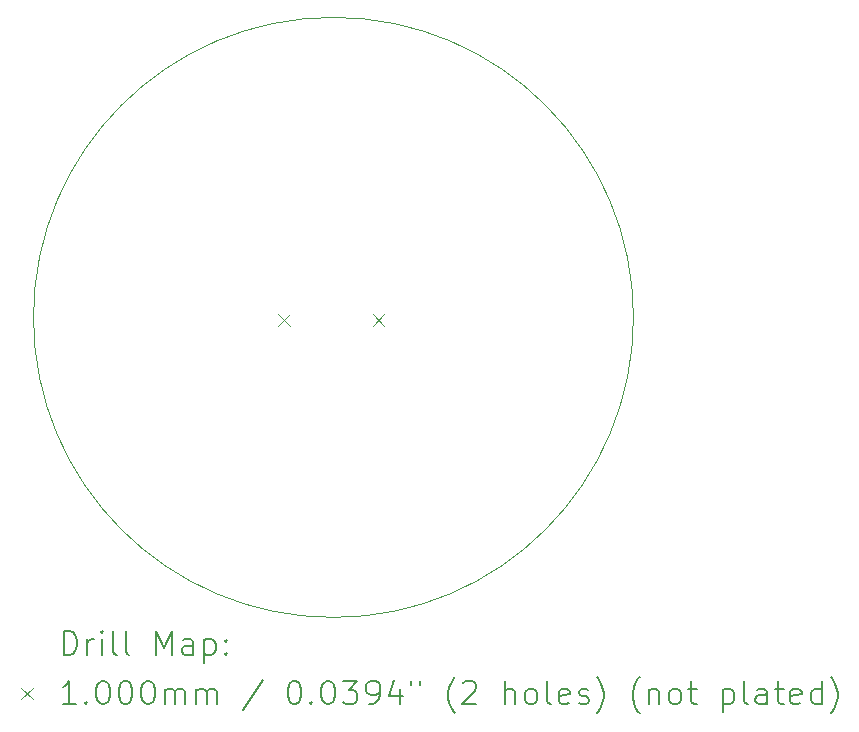
<source format=gbr>
%TF.GenerationSoftware,KiCad,Pcbnew,7.0.8*%
%TF.CreationDate,2025-03-05T08:56:01-05:00*%
%TF.ProjectId,cartridgeholder,63617274-7269-4646-9765-686f6c646572,rev?*%
%TF.SameCoordinates,Original*%
%TF.FileFunction,Drillmap*%
%TF.FilePolarity,Positive*%
%FSLAX45Y45*%
G04 Gerber Fmt 4.5, Leading zero omitted, Abs format (unit mm)*
G04 Created by KiCad (PCBNEW 7.0.8) date 2025-03-05 08:56:01*
%MOMM*%
%LPD*%
G01*
G04 APERTURE LIST*
%ADD10C,0.100000*%
%ADD11C,0.200000*%
%ADD12C,0.099999*%
G04 APERTURE END LIST*
D10*
X16089762Y-12212000D02*
G75*
G03*
X16089762Y-12212000I-2540000J0D01*
G01*
D11*
D12*
X13083440Y-12181000D02*
X13183440Y-12281000D01*
X13183440Y-12181000D02*
X13083440Y-12281000D01*
X13881000Y-12181000D02*
X13981000Y-12281000D01*
X13981000Y-12181000D02*
X13881000Y-12281000D01*
D11*
X11265539Y-15068484D02*
X11265539Y-14868484D01*
X11265539Y-14868484D02*
X11313158Y-14868484D01*
X11313158Y-14868484D02*
X11341729Y-14878008D01*
X11341729Y-14878008D02*
X11360777Y-14897055D01*
X11360777Y-14897055D02*
X11370301Y-14916103D01*
X11370301Y-14916103D02*
X11379825Y-14954198D01*
X11379825Y-14954198D02*
X11379825Y-14982769D01*
X11379825Y-14982769D02*
X11370301Y-15020865D01*
X11370301Y-15020865D02*
X11360777Y-15039912D01*
X11360777Y-15039912D02*
X11341729Y-15058960D01*
X11341729Y-15058960D02*
X11313158Y-15068484D01*
X11313158Y-15068484D02*
X11265539Y-15068484D01*
X11465539Y-15068484D02*
X11465539Y-14935150D01*
X11465539Y-14973246D02*
X11475063Y-14954198D01*
X11475063Y-14954198D02*
X11484586Y-14944674D01*
X11484586Y-14944674D02*
X11503634Y-14935150D01*
X11503634Y-14935150D02*
X11522682Y-14935150D01*
X11589348Y-15068484D02*
X11589348Y-14935150D01*
X11589348Y-14868484D02*
X11579825Y-14878008D01*
X11579825Y-14878008D02*
X11589348Y-14887531D01*
X11589348Y-14887531D02*
X11598872Y-14878008D01*
X11598872Y-14878008D02*
X11589348Y-14868484D01*
X11589348Y-14868484D02*
X11589348Y-14887531D01*
X11713158Y-15068484D02*
X11694110Y-15058960D01*
X11694110Y-15058960D02*
X11684586Y-15039912D01*
X11684586Y-15039912D02*
X11684586Y-14868484D01*
X11817920Y-15068484D02*
X11798872Y-15058960D01*
X11798872Y-15058960D02*
X11789348Y-15039912D01*
X11789348Y-15039912D02*
X11789348Y-14868484D01*
X12046491Y-15068484D02*
X12046491Y-14868484D01*
X12046491Y-14868484D02*
X12113158Y-15011341D01*
X12113158Y-15011341D02*
X12179825Y-14868484D01*
X12179825Y-14868484D02*
X12179825Y-15068484D01*
X12360777Y-15068484D02*
X12360777Y-14963722D01*
X12360777Y-14963722D02*
X12351253Y-14944674D01*
X12351253Y-14944674D02*
X12332206Y-14935150D01*
X12332206Y-14935150D02*
X12294110Y-14935150D01*
X12294110Y-14935150D02*
X12275063Y-14944674D01*
X12360777Y-15058960D02*
X12341729Y-15068484D01*
X12341729Y-15068484D02*
X12294110Y-15068484D01*
X12294110Y-15068484D02*
X12275063Y-15058960D01*
X12275063Y-15058960D02*
X12265539Y-15039912D01*
X12265539Y-15039912D02*
X12265539Y-15020865D01*
X12265539Y-15020865D02*
X12275063Y-15001817D01*
X12275063Y-15001817D02*
X12294110Y-14992293D01*
X12294110Y-14992293D02*
X12341729Y-14992293D01*
X12341729Y-14992293D02*
X12360777Y-14982769D01*
X12456015Y-14935150D02*
X12456015Y-15135150D01*
X12456015Y-14944674D02*
X12475063Y-14935150D01*
X12475063Y-14935150D02*
X12513158Y-14935150D01*
X12513158Y-14935150D02*
X12532206Y-14944674D01*
X12532206Y-14944674D02*
X12541729Y-14954198D01*
X12541729Y-14954198D02*
X12551253Y-14973246D01*
X12551253Y-14973246D02*
X12551253Y-15030388D01*
X12551253Y-15030388D02*
X12541729Y-15049436D01*
X12541729Y-15049436D02*
X12532206Y-15058960D01*
X12532206Y-15058960D02*
X12513158Y-15068484D01*
X12513158Y-15068484D02*
X12475063Y-15068484D01*
X12475063Y-15068484D02*
X12456015Y-15058960D01*
X12636967Y-15049436D02*
X12646491Y-15058960D01*
X12646491Y-15058960D02*
X12636967Y-15068484D01*
X12636967Y-15068484D02*
X12627444Y-15058960D01*
X12627444Y-15058960D02*
X12636967Y-15049436D01*
X12636967Y-15049436D02*
X12636967Y-15068484D01*
X12636967Y-14944674D02*
X12646491Y-14954198D01*
X12646491Y-14954198D02*
X12636967Y-14963722D01*
X12636967Y-14963722D02*
X12627444Y-14954198D01*
X12627444Y-14954198D02*
X12636967Y-14944674D01*
X12636967Y-14944674D02*
X12636967Y-14963722D01*
D12*
X10904763Y-15347000D02*
X11004762Y-15447000D01*
X11004762Y-15347000D02*
X10904763Y-15447000D01*
D11*
X11370301Y-15488484D02*
X11256015Y-15488484D01*
X11313158Y-15488484D02*
X11313158Y-15288484D01*
X11313158Y-15288484D02*
X11294110Y-15317055D01*
X11294110Y-15317055D02*
X11275063Y-15336103D01*
X11275063Y-15336103D02*
X11256015Y-15345627D01*
X11456015Y-15469436D02*
X11465539Y-15478960D01*
X11465539Y-15478960D02*
X11456015Y-15488484D01*
X11456015Y-15488484D02*
X11446491Y-15478960D01*
X11446491Y-15478960D02*
X11456015Y-15469436D01*
X11456015Y-15469436D02*
X11456015Y-15488484D01*
X11589348Y-15288484D02*
X11608396Y-15288484D01*
X11608396Y-15288484D02*
X11627444Y-15298008D01*
X11627444Y-15298008D02*
X11636967Y-15307531D01*
X11636967Y-15307531D02*
X11646491Y-15326579D01*
X11646491Y-15326579D02*
X11656015Y-15364674D01*
X11656015Y-15364674D02*
X11656015Y-15412293D01*
X11656015Y-15412293D02*
X11646491Y-15450388D01*
X11646491Y-15450388D02*
X11636967Y-15469436D01*
X11636967Y-15469436D02*
X11627444Y-15478960D01*
X11627444Y-15478960D02*
X11608396Y-15488484D01*
X11608396Y-15488484D02*
X11589348Y-15488484D01*
X11589348Y-15488484D02*
X11570301Y-15478960D01*
X11570301Y-15478960D02*
X11560777Y-15469436D01*
X11560777Y-15469436D02*
X11551253Y-15450388D01*
X11551253Y-15450388D02*
X11541729Y-15412293D01*
X11541729Y-15412293D02*
X11541729Y-15364674D01*
X11541729Y-15364674D02*
X11551253Y-15326579D01*
X11551253Y-15326579D02*
X11560777Y-15307531D01*
X11560777Y-15307531D02*
X11570301Y-15298008D01*
X11570301Y-15298008D02*
X11589348Y-15288484D01*
X11779825Y-15288484D02*
X11798872Y-15288484D01*
X11798872Y-15288484D02*
X11817920Y-15298008D01*
X11817920Y-15298008D02*
X11827444Y-15307531D01*
X11827444Y-15307531D02*
X11836967Y-15326579D01*
X11836967Y-15326579D02*
X11846491Y-15364674D01*
X11846491Y-15364674D02*
X11846491Y-15412293D01*
X11846491Y-15412293D02*
X11836967Y-15450388D01*
X11836967Y-15450388D02*
X11827444Y-15469436D01*
X11827444Y-15469436D02*
X11817920Y-15478960D01*
X11817920Y-15478960D02*
X11798872Y-15488484D01*
X11798872Y-15488484D02*
X11779825Y-15488484D01*
X11779825Y-15488484D02*
X11760777Y-15478960D01*
X11760777Y-15478960D02*
X11751253Y-15469436D01*
X11751253Y-15469436D02*
X11741729Y-15450388D01*
X11741729Y-15450388D02*
X11732206Y-15412293D01*
X11732206Y-15412293D02*
X11732206Y-15364674D01*
X11732206Y-15364674D02*
X11741729Y-15326579D01*
X11741729Y-15326579D02*
X11751253Y-15307531D01*
X11751253Y-15307531D02*
X11760777Y-15298008D01*
X11760777Y-15298008D02*
X11779825Y-15288484D01*
X11970301Y-15288484D02*
X11989348Y-15288484D01*
X11989348Y-15288484D02*
X12008396Y-15298008D01*
X12008396Y-15298008D02*
X12017920Y-15307531D01*
X12017920Y-15307531D02*
X12027444Y-15326579D01*
X12027444Y-15326579D02*
X12036967Y-15364674D01*
X12036967Y-15364674D02*
X12036967Y-15412293D01*
X12036967Y-15412293D02*
X12027444Y-15450388D01*
X12027444Y-15450388D02*
X12017920Y-15469436D01*
X12017920Y-15469436D02*
X12008396Y-15478960D01*
X12008396Y-15478960D02*
X11989348Y-15488484D01*
X11989348Y-15488484D02*
X11970301Y-15488484D01*
X11970301Y-15488484D02*
X11951253Y-15478960D01*
X11951253Y-15478960D02*
X11941729Y-15469436D01*
X11941729Y-15469436D02*
X11932206Y-15450388D01*
X11932206Y-15450388D02*
X11922682Y-15412293D01*
X11922682Y-15412293D02*
X11922682Y-15364674D01*
X11922682Y-15364674D02*
X11932206Y-15326579D01*
X11932206Y-15326579D02*
X11941729Y-15307531D01*
X11941729Y-15307531D02*
X11951253Y-15298008D01*
X11951253Y-15298008D02*
X11970301Y-15288484D01*
X12122682Y-15488484D02*
X12122682Y-15355150D01*
X12122682Y-15374198D02*
X12132206Y-15364674D01*
X12132206Y-15364674D02*
X12151253Y-15355150D01*
X12151253Y-15355150D02*
X12179825Y-15355150D01*
X12179825Y-15355150D02*
X12198872Y-15364674D01*
X12198872Y-15364674D02*
X12208396Y-15383722D01*
X12208396Y-15383722D02*
X12208396Y-15488484D01*
X12208396Y-15383722D02*
X12217920Y-15364674D01*
X12217920Y-15364674D02*
X12236967Y-15355150D01*
X12236967Y-15355150D02*
X12265539Y-15355150D01*
X12265539Y-15355150D02*
X12284587Y-15364674D01*
X12284587Y-15364674D02*
X12294110Y-15383722D01*
X12294110Y-15383722D02*
X12294110Y-15488484D01*
X12389348Y-15488484D02*
X12389348Y-15355150D01*
X12389348Y-15374198D02*
X12398872Y-15364674D01*
X12398872Y-15364674D02*
X12417920Y-15355150D01*
X12417920Y-15355150D02*
X12446491Y-15355150D01*
X12446491Y-15355150D02*
X12465539Y-15364674D01*
X12465539Y-15364674D02*
X12475063Y-15383722D01*
X12475063Y-15383722D02*
X12475063Y-15488484D01*
X12475063Y-15383722D02*
X12484587Y-15364674D01*
X12484587Y-15364674D02*
X12503634Y-15355150D01*
X12503634Y-15355150D02*
X12532206Y-15355150D01*
X12532206Y-15355150D02*
X12551253Y-15364674D01*
X12551253Y-15364674D02*
X12560777Y-15383722D01*
X12560777Y-15383722D02*
X12560777Y-15488484D01*
X12951253Y-15278960D02*
X12779825Y-15536103D01*
X13208396Y-15288484D02*
X13227444Y-15288484D01*
X13227444Y-15288484D02*
X13246491Y-15298008D01*
X13246491Y-15298008D02*
X13256015Y-15307531D01*
X13256015Y-15307531D02*
X13265539Y-15326579D01*
X13265539Y-15326579D02*
X13275063Y-15364674D01*
X13275063Y-15364674D02*
X13275063Y-15412293D01*
X13275063Y-15412293D02*
X13265539Y-15450388D01*
X13265539Y-15450388D02*
X13256015Y-15469436D01*
X13256015Y-15469436D02*
X13246491Y-15478960D01*
X13246491Y-15478960D02*
X13227444Y-15488484D01*
X13227444Y-15488484D02*
X13208396Y-15488484D01*
X13208396Y-15488484D02*
X13189349Y-15478960D01*
X13189349Y-15478960D02*
X13179825Y-15469436D01*
X13179825Y-15469436D02*
X13170301Y-15450388D01*
X13170301Y-15450388D02*
X13160777Y-15412293D01*
X13160777Y-15412293D02*
X13160777Y-15364674D01*
X13160777Y-15364674D02*
X13170301Y-15326579D01*
X13170301Y-15326579D02*
X13179825Y-15307531D01*
X13179825Y-15307531D02*
X13189349Y-15298008D01*
X13189349Y-15298008D02*
X13208396Y-15288484D01*
X13360777Y-15469436D02*
X13370301Y-15478960D01*
X13370301Y-15478960D02*
X13360777Y-15488484D01*
X13360777Y-15488484D02*
X13351253Y-15478960D01*
X13351253Y-15478960D02*
X13360777Y-15469436D01*
X13360777Y-15469436D02*
X13360777Y-15488484D01*
X13494110Y-15288484D02*
X13513158Y-15288484D01*
X13513158Y-15288484D02*
X13532206Y-15298008D01*
X13532206Y-15298008D02*
X13541730Y-15307531D01*
X13541730Y-15307531D02*
X13551253Y-15326579D01*
X13551253Y-15326579D02*
X13560777Y-15364674D01*
X13560777Y-15364674D02*
X13560777Y-15412293D01*
X13560777Y-15412293D02*
X13551253Y-15450388D01*
X13551253Y-15450388D02*
X13541730Y-15469436D01*
X13541730Y-15469436D02*
X13532206Y-15478960D01*
X13532206Y-15478960D02*
X13513158Y-15488484D01*
X13513158Y-15488484D02*
X13494110Y-15488484D01*
X13494110Y-15488484D02*
X13475063Y-15478960D01*
X13475063Y-15478960D02*
X13465539Y-15469436D01*
X13465539Y-15469436D02*
X13456015Y-15450388D01*
X13456015Y-15450388D02*
X13446491Y-15412293D01*
X13446491Y-15412293D02*
X13446491Y-15364674D01*
X13446491Y-15364674D02*
X13456015Y-15326579D01*
X13456015Y-15326579D02*
X13465539Y-15307531D01*
X13465539Y-15307531D02*
X13475063Y-15298008D01*
X13475063Y-15298008D02*
X13494110Y-15288484D01*
X13627444Y-15288484D02*
X13751253Y-15288484D01*
X13751253Y-15288484D02*
X13684587Y-15364674D01*
X13684587Y-15364674D02*
X13713158Y-15364674D01*
X13713158Y-15364674D02*
X13732206Y-15374198D01*
X13732206Y-15374198D02*
X13741730Y-15383722D01*
X13741730Y-15383722D02*
X13751253Y-15402769D01*
X13751253Y-15402769D02*
X13751253Y-15450388D01*
X13751253Y-15450388D02*
X13741730Y-15469436D01*
X13741730Y-15469436D02*
X13732206Y-15478960D01*
X13732206Y-15478960D02*
X13713158Y-15488484D01*
X13713158Y-15488484D02*
X13656015Y-15488484D01*
X13656015Y-15488484D02*
X13636968Y-15478960D01*
X13636968Y-15478960D02*
X13627444Y-15469436D01*
X13846491Y-15488484D02*
X13884587Y-15488484D01*
X13884587Y-15488484D02*
X13903634Y-15478960D01*
X13903634Y-15478960D02*
X13913158Y-15469436D01*
X13913158Y-15469436D02*
X13932206Y-15440865D01*
X13932206Y-15440865D02*
X13941730Y-15402769D01*
X13941730Y-15402769D02*
X13941730Y-15326579D01*
X13941730Y-15326579D02*
X13932206Y-15307531D01*
X13932206Y-15307531D02*
X13922682Y-15298008D01*
X13922682Y-15298008D02*
X13903634Y-15288484D01*
X13903634Y-15288484D02*
X13865539Y-15288484D01*
X13865539Y-15288484D02*
X13846491Y-15298008D01*
X13846491Y-15298008D02*
X13836968Y-15307531D01*
X13836968Y-15307531D02*
X13827444Y-15326579D01*
X13827444Y-15326579D02*
X13827444Y-15374198D01*
X13827444Y-15374198D02*
X13836968Y-15393246D01*
X13836968Y-15393246D02*
X13846491Y-15402769D01*
X13846491Y-15402769D02*
X13865539Y-15412293D01*
X13865539Y-15412293D02*
X13903634Y-15412293D01*
X13903634Y-15412293D02*
X13922682Y-15402769D01*
X13922682Y-15402769D02*
X13932206Y-15393246D01*
X13932206Y-15393246D02*
X13941730Y-15374198D01*
X14113158Y-15355150D02*
X14113158Y-15488484D01*
X14065539Y-15278960D02*
X14017920Y-15421817D01*
X14017920Y-15421817D02*
X14141730Y-15421817D01*
X14208396Y-15288484D02*
X14208396Y-15326579D01*
X14284587Y-15288484D02*
X14284587Y-15326579D01*
X14579825Y-15564674D02*
X14570301Y-15555150D01*
X14570301Y-15555150D02*
X14551253Y-15526579D01*
X14551253Y-15526579D02*
X14541730Y-15507531D01*
X14541730Y-15507531D02*
X14532206Y-15478960D01*
X14532206Y-15478960D02*
X14522682Y-15431341D01*
X14522682Y-15431341D02*
X14522682Y-15393246D01*
X14522682Y-15393246D02*
X14532206Y-15345627D01*
X14532206Y-15345627D02*
X14541730Y-15317055D01*
X14541730Y-15317055D02*
X14551253Y-15298008D01*
X14551253Y-15298008D02*
X14570301Y-15269436D01*
X14570301Y-15269436D02*
X14579825Y-15259912D01*
X14646492Y-15307531D02*
X14656015Y-15298008D01*
X14656015Y-15298008D02*
X14675063Y-15288484D01*
X14675063Y-15288484D02*
X14722682Y-15288484D01*
X14722682Y-15288484D02*
X14741730Y-15298008D01*
X14741730Y-15298008D02*
X14751253Y-15307531D01*
X14751253Y-15307531D02*
X14760777Y-15326579D01*
X14760777Y-15326579D02*
X14760777Y-15345627D01*
X14760777Y-15345627D02*
X14751253Y-15374198D01*
X14751253Y-15374198D02*
X14636968Y-15488484D01*
X14636968Y-15488484D02*
X14760777Y-15488484D01*
X14998873Y-15488484D02*
X14998873Y-15288484D01*
X15084587Y-15488484D02*
X15084587Y-15383722D01*
X15084587Y-15383722D02*
X15075063Y-15364674D01*
X15075063Y-15364674D02*
X15056015Y-15355150D01*
X15056015Y-15355150D02*
X15027444Y-15355150D01*
X15027444Y-15355150D02*
X15008396Y-15364674D01*
X15008396Y-15364674D02*
X14998873Y-15374198D01*
X15208396Y-15488484D02*
X15189349Y-15478960D01*
X15189349Y-15478960D02*
X15179825Y-15469436D01*
X15179825Y-15469436D02*
X15170301Y-15450388D01*
X15170301Y-15450388D02*
X15170301Y-15393246D01*
X15170301Y-15393246D02*
X15179825Y-15374198D01*
X15179825Y-15374198D02*
X15189349Y-15364674D01*
X15189349Y-15364674D02*
X15208396Y-15355150D01*
X15208396Y-15355150D02*
X15236968Y-15355150D01*
X15236968Y-15355150D02*
X15256015Y-15364674D01*
X15256015Y-15364674D02*
X15265539Y-15374198D01*
X15265539Y-15374198D02*
X15275063Y-15393246D01*
X15275063Y-15393246D02*
X15275063Y-15450388D01*
X15275063Y-15450388D02*
X15265539Y-15469436D01*
X15265539Y-15469436D02*
X15256015Y-15478960D01*
X15256015Y-15478960D02*
X15236968Y-15488484D01*
X15236968Y-15488484D02*
X15208396Y-15488484D01*
X15389349Y-15488484D02*
X15370301Y-15478960D01*
X15370301Y-15478960D02*
X15360777Y-15459912D01*
X15360777Y-15459912D02*
X15360777Y-15288484D01*
X15541730Y-15478960D02*
X15522682Y-15488484D01*
X15522682Y-15488484D02*
X15484587Y-15488484D01*
X15484587Y-15488484D02*
X15465539Y-15478960D01*
X15465539Y-15478960D02*
X15456015Y-15459912D01*
X15456015Y-15459912D02*
X15456015Y-15383722D01*
X15456015Y-15383722D02*
X15465539Y-15364674D01*
X15465539Y-15364674D02*
X15484587Y-15355150D01*
X15484587Y-15355150D02*
X15522682Y-15355150D01*
X15522682Y-15355150D02*
X15541730Y-15364674D01*
X15541730Y-15364674D02*
X15551254Y-15383722D01*
X15551254Y-15383722D02*
X15551254Y-15402769D01*
X15551254Y-15402769D02*
X15456015Y-15421817D01*
X15627444Y-15478960D02*
X15646492Y-15488484D01*
X15646492Y-15488484D02*
X15684587Y-15488484D01*
X15684587Y-15488484D02*
X15703635Y-15478960D01*
X15703635Y-15478960D02*
X15713158Y-15459912D01*
X15713158Y-15459912D02*
X15713158Y-15450388D01*
X15713158Y-15450388D02*
X15703635Y-15431341D01*
X15703635Y-15431341D02*
X15684587Y-15421817D01*
X15684587Y-15421817D02*
X15656015Y-15421817D01*
X15656015Y-15421817D02*
X15636968Y-15412293D01*
X15636968Y-15412293D02*
X15627444Y-15393246D01*
X15627444Y-15393246D02*
X15627444Y-15383722D01*
X15627444Y-15383722D02*
X15636968Y-15364674D01*
X15636968Y-15364674D02*
X15656015Y-15355150D01*
X15656015Y-15355150D02*
X15684587Y-15355150D01*
X15684587Y-15355150D02*
X15703635Y-15364674D01*
X15779825Y-15564674D02*
X15789349Y-15555150D01*
X15789349Y-15555150D02*
X15808396Y-15526579D01*
X15808396Y-15526579D02*
X15817920Y-15507531D01*
X15817920Y-15507531D02*
X15827444Y-15478960D01*
X15827444Y-15478960D02*
X15836968Y-15431341D01*
X15836968Y-15431341D02*
X15836968Y-15393246D01*
X15836968Y-15393246D02*
X15827444Y-15345627D01*
X15827444Y-15345627D02*
X15817920Y-15317055D01*
X15817920Y-15317055D02*
X15808396Y-15298008D01*
X15808396Y-15298008D02*
X15789349Y-15269436D01*
X15789349Y-15269436D02*
X15779825Y-15259912D01*
X16141730Y-15564674D02*
X16132206Y-15555150D01*
X16132206Y-15555150D02*
X16113158Y-15526579D01*
X16113158Y-15526579D02*
X16103635Y-15507531D01*
X16103635Y-15507531D02*
X16094111Y-15478960D01*
X16094111Y-15478960D02*
X16084587Y-15431341D01*
X16084587Y-15431341D02*
X16084587Y-15393246D01*
X16084587Y-15393246D02*
X16094111Y-15345627D01*
X16094111Y-15345627D02*
X16103635Y-15317055D01*
X16103635Y-15317055D02*
X16113158Y-15298008D01*
X16113158Y-15298008D02*
X16132206Y-15269436D01*
X16132206Y-15269436D02*
X16141730Y-15259912D01*
X16217920Y-15355150D02*
X16217920Y-15488484D01*
X16217920Y-15374198D02*
X16227444Y-15364674D01*
X16227444Y-15364674D02*
X16246492Y-15355150D01*
X16246492Y-15355150D02*
X16275063Y-15355150D01*
X16275063Y-15355150D02*
X16294111Y-15364674D01*
X16294111Y-15364674D02*
X16303635Y-15383722D01*
X16303635Y-15383722D02*
X16303635Y-15488484D01*
X16427444Y-15488484D02*
X16408396Y-15478960D01*
X16408396Y-15478960D02*
X16398873Y-15469436D01*
X16398873Y-15469436D02*
X16389349Y-15450388D01*
X16389349Y-15450388D02*
X16389349Y-15393246D01*
X16389349Y-15393246D02*
X16398873Y-15374198D01*
X16398873Y-15374198D02*
X16408396Y-15364674D01*
X16408396Y-15364674D02*
X16427444Y-15355150D01*
X16427444Y-15355150D02*
X16456016Y-15355150D01*
X16456016Y-15355150D02*
X16475063Y-15364674D01*
X16475063Y-15364674D02*
X16484587Y-15374198D01*
X16484587Y-15374198D02*
X16494111Y-15393246D01*
X16494111Y-15393246D02*
X16494111Y-15450388D01*
X16494111Y-15450388D02*
X16484587Y-15469436D01*
X16484587Y-15469436D02*
X16475063Y-15478960D01*
X16475063Y-15478960D02*
X16456016Y-15488484D01*
X16456016Y-15488484D02*
X16427444Y-15488484D01*
X16551254Y-15355150D02*
X16627444Y-15355150D01*
X16579825Y-15288484D02*
X16579825Y-15459912D01*
X16579825Y-15459912D02*
X16589349Y-15478960D01*
X16589349Y-15478960D02*
X16608396Y-15488484D01*
X16608396Y-15488484D02*
X16627444Y-15488484D01*
X16846492Y-15355150D02*
X16846492Y-15555150D01*
X16846492Y-15364674D02*
X16865539Y-15355150D01*
X16865539Y-15355150D02*
X16903635Y-15355150D01*
X16903635Y-15355150D02*
X16922682Y-15364674D01*
X16922682Y-15364674D02*
X16932206Y-15374198D01*
X16932206Y-15374198D02*
X16941730Y-15393246D01*
X16941730Y-15393246D02*
X16941730Y-15450388D01*
X16941730Y-15450388D02*
X16932206Y-15469436D01*
X16932206Y-15469436D02*
X16922682Y-15478960D01*
X16922682Y-15478960D02*
X16903635Y-15488484D01*
X16903635Y-15488484D02*
X16865539Y-15488484D01*
X16865539Y-15488484D02*
X16846492Y-15478960D01*
X17056016Y-15488484D02*
X17036968Y-15478960D01*
X17036968Y-15478960D02*
X17027444Y-15459912D01*
X17027444Y-15459912D02*
X17027444Y-15288484D01*
X17217920Y-15488484D02*
X17217920Y-15383722D01*
X17217920Y-15383722D02*
X17208397Y-15364674D01*
X17208397Y-15364674D02*
X17189349Y-15355150D01*
X17189349Y-15355150D02*
X17151254Y-15355150D01*
X17151254Y-15355150D02*
X17132206Y-15364674D01*
X17217920Y-15478960D02*
X17198873Y-15488484D01*
X17198873Y-15488484D02*
X17151254Y-15488484D01*
X17151254Y-15488484D02*
X17132206Y-15478960D01*
X17132206Y-15478960D02*
X17122682Y-15459912D01*
X17122682Y-15459912D02*
X17122682Y-15440865D01*
X17122682Y-15440865D02*
X17132206Y-15421817D01*
X17132206Y-15421817D02*
X17151254Y-15412293D01*
X17151254Y-15412293D02*
X17198873Y-15412293D01*
X17198873Y-15412293D02*
X17217920Y-15402769D01*
X17284587Y-15355150D02*
X17360778Y-15355150D01*
X17313159Y-15288484D02*
X17313159Y-15459912D01*
X17313159Y-15459912D02*
X17322682Y-15478960D01*
X17322682Y-15478960D02*
X17341730Y-15488484D01*
X17341730Y-15488484D02*
X17360778Y-15488484D01*
X17503635Y-15478960D02*
X17484587Y-15488484D01*
X17484587Y-15488484D02*
X17446492Y-15488484D01*
X17446492Y-15488484D02*
X17427444Y-15478960D01*
X17427444Y-15478960D02*
X17417920Y-15459912D01*
X17417920Y-15459912D02*
X17417920Y-15383722D01*
X17417920Y-15383722D02*
X17427444Y-15364674D01*
X17427444Y-15364674D02*
X17446492Y-15355150D01*
X17446492Y-15355150D02*
X17484587Y-15355150D01*
X17484587Y-15355150D02*
X17503635Y-15364674D01*
X17503635Y-15364674D02*
X17513159Y-15383722D01*
X17513159Y-15383722D02*
X17513159Y-15402769D01*
X17513159Y-15402769D02*
X17417920Y-15421817D01*
X17684587Y-15488484D02*
X17684587Y-15288484D01*
X17684587Y-15478960D02*
X17665540Y-15488484D01*
X17665540Y-15488484D02*
X17627444Y-15488484D01*
X17627444Y-15488484D02*
X17608397Y-15478960D01*
X17608397Y-15478960D02*
X17598873Y-15469436D01*
X17598873Y-15469436D02*
X17589349Y-15450388D01*
X17589349Y-15450388D02*
X17589349Y-15393246D01*
X17589349Y-15393246D02*
X17598873Y-15374198D01*
X17598873Y-15374198D02*
X17608397Y-15364674D01*
X17608397Y-15364674D02*
X17627444Y-15355150D01*
X17627444Y-15355150D02*
X17665540Y-15355150D01*
X17665540Y-15355150D02*
X17684587Y-15364674D01*
X17760778Y-15564674D02*
X17770301Y-15555150D01*
X17770301Y-15555150D02*
X17789349Y-15526579D01*
X17789349Y-15526579D02*
X17798873Y-15507531D01*
X17798873Y-15507531D02*
X17808397Y-15478960D01*
X17808397Y-15478960D02*
X17817920Y-15431341D01*
X17817920Y-15431341D02*
X17817920Y-15393246D01*
X17817920Y-15393246D02*
X17808397Y-15345627D01*
X17808397Y-15345627D02*
X17798873Y-15317055D01*
X17798873Y-15317055D02*
X17789349Y-15298008D01*
X17789349Y-15298008D02*
X17770301Y-15269436D01*
X17770301Y-15269436D02*
X17760778Y-15259912D01*
M02*

</source>
